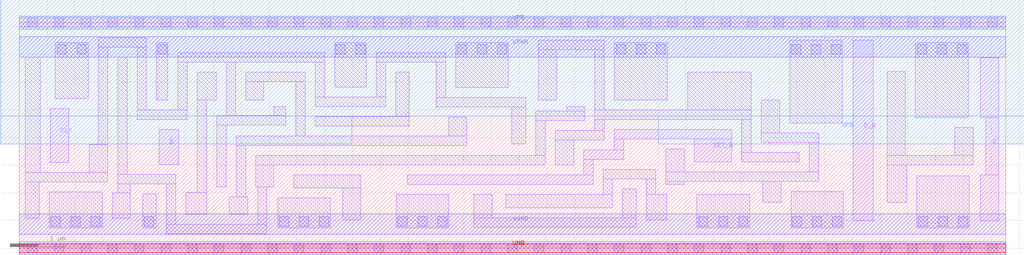
<source format=lef>
# Copyright 2020 The SkyWater PDK Authors
#
# Licensed under the Apache License, Version 2.0 (the "License");
# you may not use this file except in compliance with the License.
# You may obtain a copy of the License at
#
#     https://www.apache.org/licenses/LICENSE-2.0
#
# Unless required by applicable law or agreed to in writing, software
# distributed under the License is distributed on an "AS IS" BASIS,
# WITHOUT WARRANTIES OR CONDITIONS OF ANY KIND, either express or implied.
# See the License for the specific language governing permissions and
# limitations under the License.
#
# SPDX-License-Identifier: Apache-2.0

VERSION 5.7 ;
  NOWIREEXTENSIONATPIN ON ;
  DIVIDERCHAR "/" ;
  BUSBITCHARS "[]" ;
MACRO sky130_fd_sc_hvl__dfsbp_1
  CLASS CORE ;
  FOREIGN sky130_fd_sc_hvl__dfsbp_1 ;
  ORIGIN  0.000000  0.000000 ;
  SIZE  17.76000 BY  4.070000 ;
  SYMMETRY X Y ;
  SITE unithv ;
  PIN D
    ANTENNAGATEAREA  0.420000 ;
    DIRECTION INPUT ;
    USE SIGNAL ;
    PORT
      LAYER li1 ;
        RECT 2.525000 1.515000 2.875000 2.145000 ;
    END
  END D
  PIN Q
    ANTENNADIFFAREA  0.498750 ;
    DIRECTION OUTPUT ;
    USE SIGNAL ;
    PORT
      LAYER li1 ;
        RECT 17.300000 0.495000 17.635000 1.325000 ;
        RECT 17.300000 2.355000 17.635000 3.435000 ;
        RECT 17.405000 1.325000 17.635000 2.355000 ;
    END
  END Q
  PIN Q_N
    ANTENNADIFFAREA  0.641250 ;
    DIRECTION OUTPUT ;
    USE SIGNAL ;
    PORT
      LAYER li1 ;
        RECT 15.015000 0.495000 15.375000 3.755000 ;
    END
  END Q_N
  PIN SET_B
    ANTENNAGATEAREA  0.840000 ;
    DIRECTION INPUT ;
    USE SIGNAL ;
    PORT
      LAYER li1 ;
        RECT  6.985000 1.155000 10.330000 1.325000 ;
        RECT 10.160000 1.325000 10.330000 1.605000 ;
        RECT 10.160000 1.605000 10.885000 1.775000 ;
        RECT 10.715000 1.775000 10.885000 1.975000 ;
        RECT 10.715000 1.975000 12.830000 2.145000 ;
        RECT 12.150000 1.555000 12.830000 1.975000 ;
    END
  END SET_B
  PIN CLK
    ANTENNAGATEAREA  0.585000 ;
    DIRECTION INPUT ;
    USE CLOCK ;
    PORT
      LAYER li1 ;
        RECT 0.560000 1.550000 0.890000 2.520000 ;
    END
  END CLK
  PIN VGND
    DIRECTION INOUT ;
    USE GROUND ;
    PORT
      LAYER met1 ;
        RECT 0.000000 0.255000 17.760000 0.625000 ;
    END
  END VGND
  PIN VNB
    DIRECTION INOUT ;
    USE GROUND ;
    PORT
      LAYER met1 ;
        RECT 0.000000 -0.115000 17.760000 0.115000 ;
      LAYER pwell ;
        RECT 0.000000 -0.085000 17.760000 0.085000 ;
    END
  END VNB
  PIN VPB
    DIRECTION INOUT ;
    USE POWER ;
    PORT
      LAYER met1 ;
        RECT 0.000000 3.955000 17.760000 4.185000 ;
      LAYER nwell ;
        RECT -0.330000 1.885000  5.990000 2.385000 ;
        RECT -0.330000 2.385000 18.090000 4.485000 ;
        RECT 11.500000 1.885000 18.090000 2.385000 ;
    END
  END VPB
  PIN VPWR
    DIRECTION INOUT ;
    USE POWER ;
    PORT
      LAYER met1 ;
        RECT 0.000000 3.445000 17.760000 3.815000 ;
    END
  END VPWR
  OBS
    LAYER li1 ;
      RECT  0.000000 -0.085000 17.760000 0.085000 ;
      RECT  0.000000  3.985000 17.760000 4.155000 ;
      RECT  0.110000  0.540000  0.360000 1.200000 ;
      RECT  0.110000  1.200000  1.590000 1.370000 ;
      RECT  0.110000  1.370000  0.380000 3.450000 ;
      RECT  0.540000  0.365000  1.490000 1.020000 ;
      RECT  0.650000  2.700000  1.240000 3.705000 ;
      RECT  1.260000  1.370000  1.590000 1.870000 ;
      RECT  1.420000  1.870000  1.590000 3.630000 ;
      RECT  1.420000  3.630000  2.290000 3.800000 ;
      RECT  1.670000  0.540000  2.000000 1.000000 ;
      RECT  1.770000  1.000000  2.000000 1.165000 ;
      RECT  1.770000  1.165000  2.820000 1.335000 ;
      RECT  1.770000  1.335000  1.940000 3.450000 ;
      RECT  2.120000  2.325000  3.025000 2.495000 ;
      RECT  2.120000  2.495000  2.290000 3.630000 ;
      RECT  2.220000  0.365000  2.470000 0.985000 ;
      RECT  2.470000  2.675000  2.675000 3.705000 ;
      RECT  2.650000  0.265000  4.460000 0.435000 ;
      RECT  2.650000  0.435000  2.820000 1.165000 ;
      RECT  2.855000  2.495000  3.025000 3.355000 ;
      RECT  2.855000  3.355000  5.500000 3.525000 ;
      RECT  3.000000  0.615000  3.375000 1.005000 ;
      RECT  3.205000  1.005000  3.375000 2.675000 ;
      RECT  3.205000  2.675000  3.545000 3.175000 ;
      RECT  3.555000  1.105000  3.725000 2.225000 ;
      RECT  3.555000  2.225000  4.800000 2.395000 ;
      RECT  3.725000  2.395000  3.895000 3.355000 ;
      RECT  3.780000  0.615000  4.110000 0.925000 ;
      RECT  3.905000  0.925000  4.075000 1.855000 ;
      RECT  3.905000  1.855000  8.060000 2.025000 ;
      RECT  4.075000  2.675000  4.405000 3.005000 ;
      RECT  4.075000  3.005000  5.150000 3.175000 ;
      RECT  4.255000  1.105000  4.585000 1.505000 ;
      RECT  4.255000  1.505000  9.470000 1.675000 ;
      RECT  4.290000  0.435000  4.460000 1.105000 ;
      RECT  4.585000  2.395000  4.800000 2.555000 ;
      RECT  4.650000  0.365000  5.600000 0.905000 ;
      RECT  4.945000  1.085000  6.150000 1.325000 ;
      RECT  4.980000  2.025000  5.150000 3.005000 ;
      RECT  5.330000  2.205000  7.025000 2.375000 ;
      RECT  5.330000  2.555000  6.595000 2.725000 ;
      RECT  5.330000  2.725000  5.500000 3.355000 ;
      RECT  5.680000  2.905000  6.245000 3.705000 ;
      RECT  5.820000  0.515000  6.150000 1.085000 ;
      RECT  6.425000  2.725000  6.595000 3.355000 ;
      RECT  6.425000  3.355000  7.675000 3.525000 ;
      RECT  6.775000  2.375000  7.025000 3.175000 ;
      RECT  6.785000  0.365000  7.735000 0.975000 ;
      RECT  7.505000  2.545000  9.120000 2.715000 ;
      RECT  7.505000  2.715000  7.675000 3.355000 ;
      RECT  7.730000  2.025000  8.060000 2.365000 ;
      RECT  7.855000  2.895000  8.805000 3.705000 ;
      RECT  8.185000  0.375000 11.110000 0.545000 ;
      RECT  8.185000  0.545000  8.515000 0.975000 ;
      RECT  8.755000  0.725000 10.680000 0.975000 ;
      RECT  8.870000  1.885000  9.120000 2.545000 ;
      RECT  9.300000  1.675000  9.470000 2.305000 ;
      RECT  9.300000  2.305000 10.185000 2.475000 ;
      RECT  9.345000  2.675000  9.675000 3.585000 ;
      RECT  9.345000  3.585000 10.535000 3.755000 ;
      RECT  9.650000  1.505000  9.980000 1.955000 ;
      RECT  9.650000  1.955000 10.535000 2.125000 ;
      RECT  9.855000  2.475000 10.185000 2.555000 ;
      RECT 10.365000  2.125000 10.535000 2.325000 ;
      RECT 10.365000  2.325000 13.180000 2.495000 ;
      RECT 10.365000  2.495000 10.535000 3.585000 ;
      RECT 10.510000  0.975000 10.680000 1.255000 ;
      RECT 10.510000  1.255000 11.460000 1.425000 ;
      RECT 10.715000  2.675000 11.665000 3.705000 ;
      RECT 10.860000  0.545000 11.110000 1.075000 ;
      RECT 11.290000  0.515000 11.660000 0.975000 ;
      RECT 11.290000  0.975000 11.460000 1.255000 ;
      RECT 11.640000  1.155000 11.970000 1.205000 ;
      RECT 11.640000  1.205000 14.395000 1.375000 ;
      RECT 11.640000  1.375000 11.970000 1.795000 ;
      RECT 12.035000  2.495000 13.180000 3.175000 ;
      RECT 12.200000  0.365000 13.150000 0.975000 ;
      RECT 13.010000  1.555000 14.045000 1.725000 ;
      RECT 13.010000  1.725000 13.180000 2.325000 ;
      RECT 13.360000  1.905000 14.395000 2.075000 ;
      RECT 13.360000  2.075000 13.690000 2.675000 ;
      RECT 13.390000  0.825000 13.720000 1.205000 ;
      RECT 13.870000  2.255000 14.820000 3.755000 ;
      RECT 13.900000  0.365000 14.835000 1.025000 ;
      RECT 14.225000  1.375000 14.395000 1.905000 ;
      RECT 15.625000  0.825000 15.975000 1.505000 ;
      RECT 15.625000  1.505000 17.175000 1.675000 ;
      RECT 15.625000  1.675000 15.955000 3.185000 ;
      RECT 16.135000  2.355000 17.085000 3.705000 ;
      RECT 16.155000  0.365000 17.105000 1.305000 ;
      RECT 16.845000  1.675000 17.175000 2.175000 ;
    LAYER mcon ;
      RECT  0.155000 -0.085000  0.325000 0.085000 ;
      RECT  0.155000  3.985000  0.325000 4.155000 ;
      RECT  0.570000  0.395000  0.740000 0.565000 ;
      RECT  0.635000 -0.085000  0.805000 0.085000 ;
      RECT  0.635000  3.985000  0.805000 4.155000 ;
      RECT  0.680000  3.505000  0.850000 3.675000 ;
      RECT  0.930000  0.395000  1.100000 0.565000 ;
      RECT  1.040000  3.505000  1.210000 3.675000 ;
      RECT  1.115000 -0.085000  1.285000 0.085000 ;
      RECT  1.115000  3.985000  1.285000 4.155000 ;
      RECT  1.290000  0.395000  1.460000 0.565000 ;
      RECT  1.595000 -0.085000  1.765000 0.085000 ;
      RECT  1.595000  3.985000  1.765000 4.155000 ;
      RECT  2.075000 -0.085000  2.245000 0.085000 ;
      RECT  2.075000  3.985000  2.245000 4.155000 ;
      RECT  2.250000  0.395000  2.420000 0.565000 ;
      RECT  2.490000  3.505000  2.660000 3.675000 ;
      RECT  2.555000 -0.085000  2.725000 0.085000 ;
      RECT  2.555000  3.985000  2.725000 4.155000 ;
      RECT  3.035000 -0.085000  3.205000 0.085000 ;
      RECT  3.035000  3.985000  3.205000 4.155000 ;
      RECT  3.515000 -0.085000  3.685000 0.085000 ;
      RECT  3.515000  3.985000  3.685000 4.155000 ;
      RECT  3.995000 -0.085000  4.165000 0.085000 ;
      RECT  3.995000  3.985000  4.165000 4.155000 ;
      RECT  4.475000 -0.085000  4.645000 0.085000 ;
      RECT  4.475000  3.985000  4.645000 4.155000 ;
      RECT  4.680000  0.395000  4.850000 0.565000 ;
      RECT  4.955000 -0.085000  5.125000 0.085000 ;
      RECT  4.955000  3.985000  5.125000 4.155000 ;
      RECT  5.040000  0.395000  5.210000 0.565000 ;
      RECT  5.400000  0.395000  5.570000 0.565000 ;
      RECT  5.435000 -0.085000  5.605000 0.085000 ;
      RECT  5.435000  3.985000  5.605000 4.155000 ;
      RECT  5.695000  3.505000  5.865000 3.675000 ;
      RECT  5.915000 -0.085000  6.085000 0.085000 ;
      RECT  5.915000  3.985000  6.085000 4.155000 ;
      RECT  6.055000  3.505000  6.225000 3.675000 ;
      RECT  6.395000 -0.085000  6.565000 0.085000 ;
      RECT  6.395000  3.985000  6.565000 4.155000 ;
      RECT  6.815000  0.395000  6.985000 0.565000 ;
      RECT  6.875000 -0.085000  7.045000 0.085000 ;
      RECT  6.875000  3.985000  7.045000 4.155000 ;
      RECT  7.175000  0.395000  7.345000 0.565000 ;
      RECT  7.355000 -0.085000  7.525000 0.085000 ;
      RECT  7.355000  3.985000  7.525000 4.155000 ;
      RECT  7.535000  0.395000  7.705000 0.565000 ;
      RECT  7.835000 -0.085000  8.005000 0.085000 ;
      RECT  7.835000  3.985000  8.005000 4.155000 ;
      RECT  7.885000  3.505000  8.055000 3.675000 ;
      RECT  8.245000  3.505000  8.415000 3.675000 ;
      RECT  8.315000 -0.085000  8.485000 0.085000 ;
      RECT  8.315000  3.985000  8.485000 4.155000 ;
      RECT  8.605000  3.505000  8.775000 3.675000 ;
      RECT  8.795000 -0.085000  8.965000 0.085000 ;
      RECT  8.795000  3.985000  8.965000 4.155000 ;
      RECT  9.275000 -0.085000  9.445000 0.085000 ;
      RECT  9.275000  3.985000  9.445000 4.155000 ;
      RECT  9.755000 -0.085000  9.925000 0.085000 ;
      RECT  9.755000  3.985000  9.925000 4.155000 ;
      RECT 10.235000 -0.085000 10.405000 0.085000 ;
      RECT 10.235000  3.985000 10.405000 4.155000 ;
      RECT 10.715000 -0.085000 10.885000 0.085000 ;
      RECT 10.715000  3.985000 10.885000 4.155000 ;
      RECT 10.745000  3.505000 10.915000 3.675000 ;
      RECT 11.105000  3.505000 11.275000 3.675000 ;
      RECT 11.195000 -0.085000 11.365000 0.085000 ;
      RECT 11.195000  3.985000 11.365000 4.155000 ;
      RECT 11.465000  3.505000 11.635000 3.675000 ;
      RECT 11.675000 -0.085000 11.845000 0.085000 ;
      RECT 11.675000  3.985000 11.845000 4.155000 ;
      RECT 12.155000 -0.085000 12.325000 0.085000 ;
      RECT 12.155000  3.985000 12.325000 4.155000 ;
      RECT 12.230000  0.395000 12.400000 0.565000 ;
      RECT 12.590000  0.395000 12.760000 0.565000 ;
      RECT 12.635000 -0.085000 12.805000 0.085000 ;
      RECT 12.635000  3.985000 12.805000 4.155000 ;
      RECT 12.950000  0.395000 13.120000 0.565000 ;
      RECT 13.115000 -0.085000 13.285000 0.085000 ;
      RECT 13.115000  3.985000 13.285000 4.155000 ;
      RECT 13.595000 -0.085000 13.765000 0.085000 ;
      RECT 13.595000  3.985000 13.765000 4.155000 ;
      RECT 13.900000  3.505000 14.070000 3.675000 ;
      RECT 13.920000  0.395000 14.090000 0.565000 ;
      RECT 14.075000 -0.085000 14.245000 0.085000 ;
      RECT 14.075000  3.985000 14.245000 4.155000 ;
      RECT 14.260000  3.505000 14.430000 3.675000 ;
      RECT 14.280000  0.395000 14.450000 0.565000 ;
      RECT 14.555000 -0.085000 14.725000 0.085000 ;
      RECT 14.555000  3.985000 14.725000 4.155000 ;
      RECT 14.620000  3.505000 14.790000 3.675000 ;
      RECT 14.640000  0.395000 14.810000 0.565000 ;
      RECT 15.035000 -0.085000 15.205000 0.085000 ;
      RECT 15.035000  3.985000 15.205000 4.155000 ;
      RECT 15.515000 -0.085000 15.685000 0.085000 ;
      RECT 15.515000  3.985000 15.685000 4.155000 ;
      RECT 15.995000 -0.085000 16.165000 0.085000 ;
      RECT 15.995000  3.985000 16.165000 4.155000 ;
      RECT 16.165000  3.505000 16.335000 3.675000 ;
      RECT 16.185000  0.395000 16.355000 0.565000 ;
      RECT 16.475000 -0.085000 16.645000 0.085000 ;
      RECT 16.475000  3.985000 16.645000 4.155000 ;
      RECT 16.525000  3.505000 16.695000 3.675000 ;
      RECT 16.545000  0.395000 16.715000 0.565000 ;
      RECT 16.885000  3.505000 17.055000 3.675000 ;
      RECT 16.905000  0.395000 17.075000 0.565000 ;
      RECT 16.955000 -0.085000 17.125000 0.085000 ;
      RECT 16.955000  3.985000 17.125000 4.155000 ;
      RECT 17.435000 -0.085000 17.605000 0.085000 ;
      RECT 17.435000  3.985000 17.605000 4.155000 ;
  END
END sky130_fd_sc_hvl__dfsbp_1
END LIBRARY

</source>
